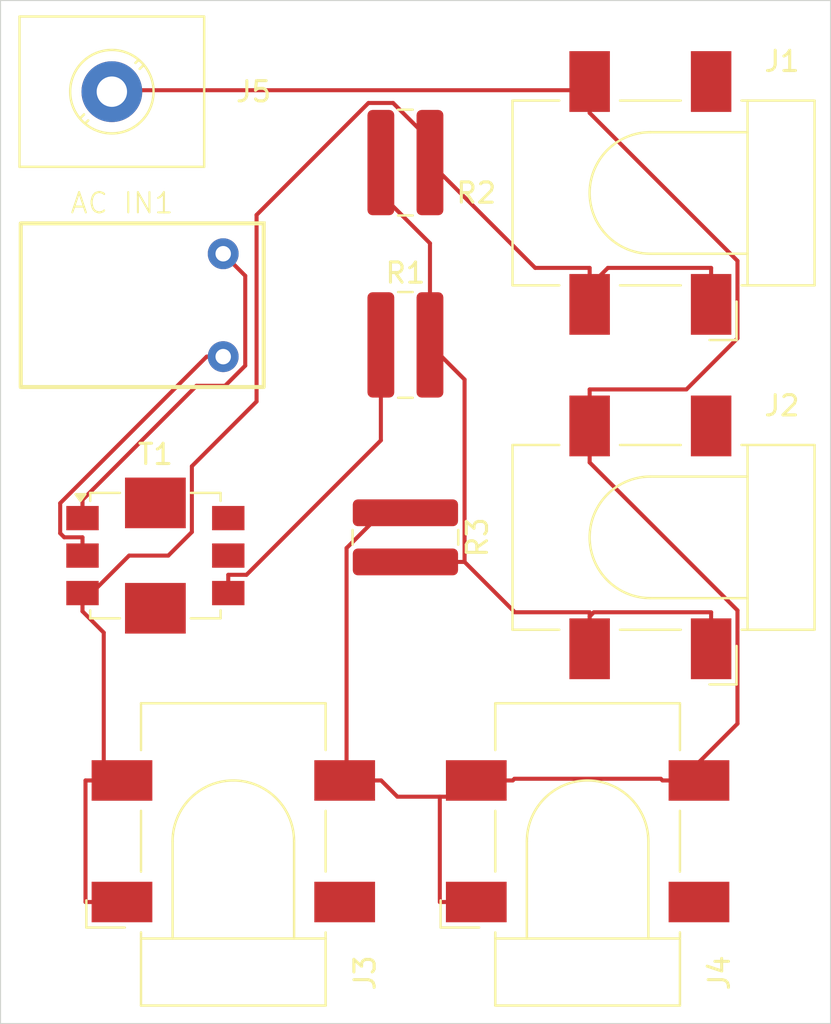
<source format=kicad_pcb>
(kicad_pcb (version 20240108) (generator "pcbnew") (generator_version "8.0")
  (layers (0 "F.Cu" signal) (31 "B.Cu" signal) (34 "B.Paste" user) (35 "F.Paste" user) (36 "B.SilkS" user "B.Silkscreen") (37 "F.SilkS" user "F.Silkscreen") (38 "B.Mask" user) (39 "F.Mask" user) (44 "Edge.Cuts" user))
  (net 0 "")
  (net 1 "Net-(T1-SA)")
  (net 2 "GND")
  (net 3 "Net-(J2-Pad1)")
  (net 4 "Net-(T1-SB)")
  (net 5 "Net-(AC IN1-Mains_N)")
  (net 6 "Net-(AC IN1-Mains_L)")
  (footprint "Resistor_SMD:R_1020_2550Metric_Pad1.33x5.20mm_HandSolder" (layer "F.Cu") (at 111 115 -90)
    (property "Reference" "R3" (at 0 -3.55 90) (layer "F.SilkS"))
    (property "Value" "1000")
    (fp_line (start -0.361252 2.61) (end 0.361252 2.61) (stroke (width 0.12)) (layer "F.SilkS"))
    (fp_line (start -0.361252 -2.61) (end 0.361252 -2.61) (stroke (width 0.12)) (layer "F.SilkS"))
    (pad "1" smd roundrect (at -1.2125 0 270) (size 1.325 5.2) (layers "F.Cu" "F.Paste" "F.Mask") (roundrect_rratio 0.188679) (net 2 "GND"))
    (pad "2" smd roundrect (at 1.2125 0 270) (size 1.325 5.2) (layers "F.Cu" "F.Paste" "F.Mask") (roundrect_rratio 0.188679) (net 3 "Net-(J2-Pad1)"))
  )
  (footprint "Connector_BarrelJack:BarrelJack_CLIFF_FC681465S_SMT_Horizontal" (layer "F.Cu") (at 123.1 98 180)
    (property "Reference" "J1" (at -6.5 6.5 0) (layer "F.SilkS"))
    (property "Value" "Horizontal Output")
    (fp_line (start 6.81 4.56) (end 6.81 -4.56) (stroke (width 0.12)) (layer "F.SilkS"))
    (fp_line (start 4.5 4.56) (end 6.81 4.56) (stroke (width 0.12)) (layer "F.SilkS"))
    (fp_line (start 4.5 -4.56) (end 6.81 -4.56) (stroke (width 0.12)) (layer "F.SilkS"))
    (fp_line (start -1.5 4.56) (end 1.5 4.56) (stroke (width 0.12)) (layer "F.SilkS"))
    (fp_line (start -1.5 -4.56) (end 1.5 -4.56) (stroke (width 0.12)) (layer "F.SilkS"))
    (fp_line (start -2.92 -7.26) (end -4.26 -7.26) (stroke (width 0.12)) (layer "F.SilkS"))
    (fp_line (start -4.26 -7.26) (end -4.26 -5.36) (stroke (width 0.12)) (layer "F.SilkS"))
    (fp_line (start -4.8 4.56) (end -4.8 -4.56) (stroke (width 0.12)) (layer "F.SilkS"))
    (fp_line (start -4.8 3) (end 0 3) (stroke (width 0.12)) (layer "F.SilkS"))
    (fp_line (start -4.8 -3) (end 0 -3) (stroke (width 0.12)) (layer "F.SilkS"))
    (fp_line (start -8.11 4.56) (end -4.5 4.56) (stroke (width 0.12)) (layer "F.SilkS"))
    (fp_line (start -8.11 4.56) (end -8.11 -4.56) (stroke (width 0.12)) (layer "F.SilkS"))
    (fp_line (start -8.11 -4.56) (end -4.5 -4.56) (stroke (width 0.12)) (layer "F.SilkS"))
    (fp_arc (start 0 -3) (mid 3 0) (end 0 3) (stroke (width 0.12)) (layer "F.SilkS"))
    (pad "" np_thru_hole oval (at -2.9 0 270) (size 2 1.5) (drill oval 2 1.5) (layers "*.Cu" "*.Mask"))
    (pad "" np_thru_hole circle (at 1.5 0 270) (size 2 2) (drill 2) (layers "*.Cu" "*.Mask"))
    (pad "1" smd rect (at -3 -5.5 270) (size 3 2) (layers "F.Cu" "F.Paste" "F.Mask") (net 1 "Net-(T1-SA)"))
    (pad "1" smd rect (at 3 -5.5 270) (size 3 2) (layers "F.Cu" "F.Paste" "F.Mask") (net 1 "Net-(T1-SA)"))
    (pad "2" smd rect (at 3 5.5 270) (size 3 2) (layers "F.Cu" "F.Paste" "F.Mask") (net 2 "GND"))
    (pad "3" smd rect (at -3 5.5 270) (size 3 2) (layers "F.Cu" "F.Paste" "F.Mask"))
  )
  (footprint "Transformer_SMD:Transformer_Coilcraft_CST1" (layer "F.Cu") (at 98.65 115.9)
    (property "Reference" "T1" (at 0 -5 0) (layer "F.SilkS"))
    (property "Value" "Transformer_1P_1S")
    (fp_line (start -3.22 -3.095) (end -3.22 -2.7) (stroke (width 0.12)) (layer "F.SilkS"))
    (fp_line (start -3.22 -3.095) (end -1.75 -3.095) (stroke (width 0.12)) (layer "F.SilkS"))
    (fp_line (start -3.22 3.095) (end -3.22 2.7) (stroke (width 0.12)) (layer "F.SilkS"))
    (fp_line (start -3.22 3.095) (end -1.75 3.095) (stroke (width 0.12)) (layer "F.SilkS"))
    (fp_line (start 3.22 -3.095) (end 1.75 -3.095) (stroke (width 0.12)) (layer "F.SilkS"))
    (fp_line (start 3.22 -3.095) (end 3.22 -2.7) (stroke (width 0.12)) (layer "F.SilkS"))
    (fp_line (start 3.22 3.095) (end 1.75 3.095) (stroke (width 0.12)) (layer "F.SilkS"))
    (fp_line (start 3.22 3.095) (end 3.22 2.7) (stroke (width 0.12)) (layer "F.SilkS"))
    (fp_poly (pts (xy -3.7 -2.7) (xy -3.94 -3.03) (xy -3.46 -3.03) (xy -3.7 -2.7)) (stroke (width 0.12)) (fill solid) (layer "F.SilkS"))
    (pad "1" smd rect (at -3.6 -1.85) (size 1.6 1.2) (layers "F.Cu" "F.Paste" "F.Mask") (net 6 "Net-(AC IN1-Mains_L)"))
    (pad "2" smd rect (at -3.6 0) (size 1.6 1.2) (layers "F.Cu" "F.Paste" "F.Mask") (net 5 "Net-(AC IN1-Mains_N)"))
    (pad "3" smd rect (at -3.6 1.85) (size 1.6 1.2) (layers "F.Cu" "F.Paste" "F.Mask") (net 1 "Net-(T1-SA)"))
    (pad "4" smd rect (at 3.6 1.85) (size 1.6 1.2) (layers "F.Cu" "F.Paste" "F.Mask") (net 4 "Net-(T1-SB)"))
    (pad "5" smd rect (at 3.6 0) (size 1.6 1.2) (layers "F.Cu" "F.Paste" "F.Mask"))
    (pad "6" smd rect (at 3.6 -1.85) (size 1.6 1.2) (layers "F.Cu" "F.Paste" "F.Mask"))
    (pad "7" smd rect (at 0 -2.6) (size 3 2.5) (layers "F.Cu" "F.Paste" "F.Mask"))
    (pad "8" smd rect (at 0 2.6) (size 3 2.5) (layers "F.Cu" "F.Paste" "F.Mask"))
  )
  (footprint "TerminalBlock_MetzConnect:TerminalBlock_MetzConnect_360271_1x01_Horizontal_ScrewM3.0_Boxed" (layer "F.Cu") (at 96.5 93)
    (property "Reference" "J5" (at 7 0 0) (layer "F.SilkS"))
    (property "Value" "Screw_Terminal_01x01" (hide yes))
    (fp_line (start -4.56 -3.71) (end -4.56 3.71) (stroke (width 0.12)) (layer "F.SilkS"))
    (fp_line (start -4.56 -3.71) (end 4.56 -3.71) (stroke (width 0.12)) (layer "F.SilkS"))
    (fp_line (start -4.56 3.71) (end 4.56 3.71) (stroke (width 0.12)) (layer "F.SilkS"))
    (fp_line (start -1.376 1.124) (end -1.563 1.311) (stroke (width 0.12)) (layer "F.SilkS"))
    (fp_line (start -1.168 1.419) (end -1.312 1.563) (stroke (width 0.12)) (layer "F.SilkS"))
    (fp_line (start 1.312 -1.563) (end 1.168 -1.419) (stroke (width 0.12)) (layer "F.SilkS"))
    (fp_line (start 1.563 -1.311) (end 1.376 -1.125) (stroke (width 0.12)) (layer "F.SilkS"))
    (fp_line (start 4.56 -3.71) (end 4.56 3.71) (stroke (width 0.12)) (layer "F.SilkS"))
    (fp_circle (center 0 0) (end 2.06 0) (stroke (width 0.12)) (fill none) (layer "F.SilkS"))
    (pad "1" thru_hole circle (at 0 0) (size 3 3) (drill 1.5) (layers "*.Cu" "*.Mask") (net 2 "GND"))
  )
  (footprint "Resistor_SMD:R_1020_2550Metric_Pad1.33x5.20mm_HandSolder" (layer "F.Cu") (at 111 96.5 180)
    (property "Reference" "R2" (at -3.5 -1.5 0) (layer "F.SilkS"))
    (property "Value" "100")
    (fp_line (start -0.361252 2.61) (end 0.361252 2.61) (stroke (width 0.12)) (layer "F.SilkS"))
    (fp_line (start -0.361252 -2.61) (end 0.361252 -2.61) (stroke (width 0.12)) (layer "F.SilkS"))
    (pad "1" smd roundrect (at -1.2125 0 180) (size 1.325 5.2) (layers "F.Cu" "F.Paste" "F.Mask") (roundrect_rratio 0.188679) (net 1 "Net-(T1-SA)"))
    (pad "2" smd roundrect (at 1.2125 0 180) (size 1.325 5.2) (layers "F.Cu" "F.Paste" "F.Mask") (roundrect_rratio 0.188679) (net 3 "Net-(J2-Pad1)"))
  )
  (footprint "Resistor_SMD:R_1020_2550Metric_Pad1.33x5.20mm_HandSolder" (layer "F.Cu") (at 111 105.5)
    (property "Reference" "R1" (at 0 -3.55 0) (layer "F.SilkS"))
    (property "Value" "560")
    (fp_line (start -0.361252 -2.61) (end 0.361252 -2.61) (stroke (width 0.12)) (layer "F.SilkS"))
    (fp_line (start -0.361252 2.61) (end 0.361252 2.61) (stroke (width 0.12)) (layer "F.SilkS"))
    (pad "1" smd roundrect (at -1.2125 0) (size 1.325 5.2) (layers "F.Cu" "F.Paste" "F.Mask") (roundrect_rratio 0.188679) (net 4 "Net-(T1-SB)"))
    (pad "2" smd roundrect (at 1.2125 0) (size 1.325 5.2) (layers "F.Cu" "F.Paste" "F.Mask") (roundrect_rratio 0.188679) (net 3 "Net-(J2-Pad1)"))
  )
  (footprint "Connector_BarrelJack:BarrelJack_CLIFF_FC681465S_SMT_Horizontal" (layer "F.Cu") (at 120 130 90)
    (property "Reference" "J4" (at -6.5 6.5 90) (layer "F.SilkS"))
    (property "Value" "Black Probe")
    (fp_line (start -2.92 -7.26) (end -4.26 -7.26) (stroke (width 0.12)) (layer "F.SilkS"))
    (fp_line (start -4.26 -7.26) (end -4.26 -5.36) (stroke (width 0.12)) (layer "F.SilkS"))
    (fp_line (start 4.5 -4.56) (end 6.81 -4.56) (stroke (width 0.12)) (layer "F.SilkS"))
    (fp_line (start -1.5 -4.56) (end 1.5 -4.56) (stroke (width 0.12)) (layer "F.SilkS"))
    (fp_line (start -8.11 -4.56) (end -4.5 -4.56) (stroke (width 0.12)) (layer "F.SilkS"))
    (fp_line (start -4.8 -3) (end 0 -3) (stroke (width 0.12)) (layer "F.SilkS"))
    (fp_line (start -4.8 3) (end 0 3) (stroke (width 0.12)) (layer "F.SilkS"))
    (fp_line (start 6.81 4.56) (end 6.81 -4.56) (stroke (width 0.12)) (layer "F.SilkS"))
    (fp_line (start 4.5 4.56) (end 6.81 4.56) (stroke (width 0.12)) (layer "F.SilkS"))
    (fp_line (start -1.5 4.56) (end 1.5 4.56) (stroke (width 0.12)) (layer "F.SilkS"))
    (fp_line (start -4.8 4.56) (end -4.8 -4.56) (stroke (width 0.12)) (layer "F.SilkS"))
    (fp_line (start -8.11 4.56) (end -8.11 -4.56) (stroke (width 0.12)) (layer "F.SilkS"))
    (fp_line (start -8.11 4.56) (end -4.5 4.56) (stroke (width 0.12)) (layer "F.SilkS"))
    (fp_arc (start 0 -3) (mid 3 0) (end 0 3) (stroke (width 0.12)) (layer "F.SilkS"))
    (pad "" np_thru_hole oval (at -2.9 0 180) (size 2 1.5) (drill oval 2 1.5) (layers "*.Cu" "*.Mask"))
    (pad "" np_thru_hole circle (at 1.5 0 180) (size 2 2) (drill 2) (layers "*.Cu" "*.Mask"))
    (pad "1" smd rect (at -3 -5.5 180) (size 3 2) (layers "F.Cu" "F.Paste" "F.Mask") (net 2 "GND"))
    (pad "1" smd rect (at 3 -5.5 180) (size 3 2) (layers "F.Cu" "F.Paste" "F.Mask") (net 2 "GND"))
    (pad "2" smd rect (at 3 5.5 180) (size 3 2) (layers "F.Cu" "F.Paste" "F.Mask") (net 2 "GND"))
    (pad "3" smd rect (at -3 5.5 180) (size 3 2) (layers "F.Cu" "F.Paste" "F.Mask"))
  )
  (footprint "Connector_BarrelJack:BarrelJack_CLIFF_FC681465S_SMT_Horizontal" (layer "F.Cu") (at 123.1 115 180)
    (property "Reference" "J2" (at -6.5 6.5 0) (layer "F.SilkS"))
    (property "Value" "Vertical Output")
    (fp_line (start 6.81 4.56) (end 6.81 -4.56) (stroke (width 0.12)) (layer "F.SilkS"))
    (fp_line (start 4.5 4.56) (end 6.81 4.56) (stroke (width 0.12)) (layer "F.SilkS"))
    (fp_line (start 4.5 -4.56) (end 6.81 -4.56) (stroke (width 0.12)) (layer "F.SilkS"))
    (fp_line (start -1.5 4.56) (end 1.5 4.56) (stroke (width 0.12)) (layer "F.SilkS"))
    (fp_line (start -1.5 -4.56) (end 1.5 -4.56) (stroke (width 0.12)) (layer "F.SilkS"))
    (fp_line (start -2.92 -7.26) (end -4.26 -7.26) (stroke (width 0.12)) (layer "F.SilkS"))
    (fp_line (start -4.26 -7.26) (end -4.26 -5.36) (stroke (width 0.12)) (layer "F.SilkS"))
    (fp_line (start -4.8 4.56) (end -4.8 -4.56) (stroke (width 0.12)) (layer "F.SilkS"))
    (fp_line (start -4.8 3) (end 0 3) (stroke (width 0.12)) (layer "F.SilkS"))
    (fp_line (start -4.8 -3) (end 0 -3) (stroke (width 0.12)) (layer "F.SilkS"))
    (fp_line (start -8.11 4.56) (end -4.5 4.56) (stroke (width 0.12)) (layer "F.SilkS"))
    (fp_line (start -8.11 4.56) (end -8.11 -4.56) (stroke (width 0.12)) (layer "F.SilkS"))
    (fp_line (start -8.11 -4.56) (end -4.5 -4.56) (stroke (width 0.12)) (layer "F.SilkS"))
    (fp_arc (start 0 -3) (mid 3 0) (end 0 3) (stroke (width 0.12)) (layer "F.SilkS"))
    (pad "" np_thru_hole oval (at -2.9 0 270) (size 2 1.5) (drill oval 2 1.5) (layers "*.Cu" "*.Mask"))
    (pad "" np_thru_hole circle (at 1.5 0 270) (size 2 2) (drill 2) (layers "F&B.Cu" "*.Mask"))
    (pad "1" smd rect (at -3 -5.5 270) (size 3 2) (layers "F.Cu" "F.Paste" "F.Mask") (net 3 "Net-(J2-Pad1)"))
    (pad "1" smd rect (at 3 -5.5 270) (size 3 2) (layers "F.Cu" "F.Paste" "F.Mask") (net 3 "Net-(J2-Pad1)"))
    (pad "2" smd rect (at 3 5.5 270) (size 3 2) (layers "F.Cu" "F.Paste" "F.Mask") (net 2 "GND"))
    (pad "3" smd rect (at -3 5.5 270) (size 3 2) (layers "F.Cu" "F.Paste" "F.Mask"))
  )
  (footprint "octotool:XY2500R Receptacle" (layer "F.Cu") (at 92 99.5 -90)
    (property "Reference" "AC IN1" (at -1 -5 0) (layer "F.SilkS") (effects (font (thickness 0.1))))
    (property "Value" "300V 20A")
    (fp_rect (start 0 -12) (end 8.08 0) (stroke (width 0.2)) (fill none) (layer "F.SilkS"))
    (pad "1" thru_hole circle (at 1.5 -10 270) (size 1.524 1.524) (drill 0.762) (layers "*.Cu" "*.Mask") (net 6 "Net-(AC IN1-Mains_L)"))
    (pad "2" thru_hole circle (at 6.58 -10 270) (size 1.524 1.524) (drill 0.762) (layers "*.Cu" "*.Mask") (net 5 "Net-(AC IN1-Mains_N)"))
  )
  (footprint "Connector_BarrelJack:BarrelJack_CLIFF_FC681465S_SMT_Horizontal" (layer "F.Cu") (at 102.5 130 90)
    (property "Reference" "J3" (at -6.5 6.5 90) (layer "F.SilkS"))
    (property "Value" "Red Probe")
    (fp_line (start -2.92 -7.26) (end -4.26 -7.26) (stroke (width 0.12)) (layer "F.SilkS"))
    (fp_line (start -4.26 -7.26) (end -4.26 -5.36) (stroke (width 0.12)) (layer "F.SilkS"))
    (fp_line (start 4.5 -4.56) (end 6.81 -4.56) (stroke (width 0.12)) (layer "F.SilkS"))
    (fp_line (start -1.5 -4.56) (end 1.5 -4.56) (stroke (width 0.12)) (layer "F.SilkS"))
    (fp_line (start -8.11 -4.56) (end -4.5 -4.56) (stroke (width 0.12)) (layer "F.SilkS"))
    (fp_line (start -4.8 -3) (end 0 -3) (stroke (width 0.12)) (layer "F.SilkS"))
    (fp_line (start -4.8 3) (end 0 3) (stroke (width 0.12)) (layer "F.SilkS"))
    (fp_line (start 6.81 4.56) (end 6.81 -4.56) (stroke (width 0.12)) (layer "F.SilkS"))
    (fp_line (start 4.5 4.56) (end 6.81 4.56) (stroke (width 0.12)) (layer "F.SilkS"))
    (fp_line (start -1.5 4.56) (end 1.5 4.56) (stroke (width 0.12)) (layer "F.SilkS"))
    (fp_line (start -4.8 4.56) (end -4.8 -4.56) (stroke (width 0.12)) (layer "F.SilkS"))
    (fp_line (start -8.11 4.56) (end -8.11 -4.56) (stroke (width 0.12)) (layer "F.SilkS"))
    (fp_line (start -8.11 4.56) (end -4.5 4.56) (stroke (width 0.12)) (layer "F.SilkS"))
    (fp_arc (start 0 -3) (mid 3 0) (end 0 3) (stroke (width 0.12)) (layer "F.SilkS"))
    (pad "" np_thru_hole oval (at -2.9 0 180) (size 2 1.5) (drill oval 2 1.5) (layers "*.Cu" "*.Mask"))
    (pad "" np_thru_hole circle (at 1.5 0 180) (size 2 2) (drill 2) (layers "*.Cu" "*.Mask"))
    (pad "1" smd rect (at -3 -5.5 180) (size 3 2) (layers "F.Cu" "F.Paste" "F.Mask") (net 1 "Net-(T1-SA)"))
    (pad "1" smd rect (at 3 -5.5 180) (size 3 2) (layers "F.Cu" "F.Paste" "F.Mask") (net 1 "Net-(T1-SA)"))
    (pad "2" smd rect (at 3 5.5 180) (size 3 2) (layers "F.Cu" "F.Paste" "F.Mask") (net 2 "GND"))
    (pad "3" smd rect (at -3 5.5 180) (size 3 2) (layers "F.Cu" "F.Paste" "F.Mask"))
  )
  (gr_rect (start 91 88.5) (end 132 139) (stroke (width 0.05)) (fill none) (layer "Edge.Cuts"))
  (segment (start 121.0008 101.6983) (end 126.1 101.6983) (width 0.2) (layer "F.Cu") (net 1))
  (segment (start 109.1745 93.5583) (end 110.3899 93.5583) (width 0.2) (layer "F.Cu") (net 1))
  (segment (start 100.4517 111.491) (end 103.6479 108.2948) (width 0.2) (layer "F.Cu") (net 1))
  (segment (start 100.4517 114.7362) (end 100.4517 111.491) (width 0.2) (layer "F.Cu") (net 1))
  (segment (start 95.1983 127) (end 95.1983 133) (width 0.2) (layer "F.Cu") (net 1))
  (segment (start 95.05 117.75) (end 95.05 118.2008) (width 0.2) (layer "F.Cu") (net 1))
  (segment (start 97 127) (end 96.0992 127) (width 0.2) (layer "F.Cu") (net 1))
  (segment (start 120.1 103.5) (end 120.1 102.5991) (width 0.2) (layer "F.Cu") (net 1))
  (segment (start 97.3508 115.9) (end 99.2879 115.9) (width 0.2) (layer "F.Cu") (net 1))
  (segment (start 112.2125 96.5) (end 117.4108 101.6983) (width 0.2) (layer "F.Cu") (net 1))
  (segment (start 103.6479 108.2948) (end 103.6479 99.0849) (width 0.2) (layer "F.Cu") (net 1))
  (segment (start 117.4108 101.6983) (end 120.1 101.6983) (width 0.2) (layer "F.Cu") (net 1))
  (segment (start 95.05 118.2008) (end 97.3508 115.9) (width 0.2) (layer "F.Cu") (net 1))
  (segment (start 112.2125 95.3809) (end 112.2125 96.5) (width 0.2) (layer "F.Cu") (net 1))
  (segment (start 120.1 102.5991) (end 121.0008 101.6983) (width 0.2) (layer "F.Cu") (net 1))
  (segment (start 103.6479 99.0849) (end 109.1745 93.5583) (width 0.2) (layer "F.Cu") (net 1))
  (segment (start 95.05 118.2008) (end 95.05 118.6517) (width 0.2) (layer "F.Cu") (net 1))
  (segment (start 97 133) (end 95.1983 133) (width 0.2) (layer "F.Cu") (net 1))
  (segment (start 110.3899 93.5583) (end 112.2125 95.3809) (width 0.2) (layer "F.Cu") (net 1))
  (segment (start 126.1 103.5) (end 126.1 101.6983) (width 0.2) (layer "F.Cu") (net 1))
  (segment (start 96.0992 127) (end 95.1983 127) (width 0.2) (layer "F.Cu") (net 1))
  (segment (start 95.05 118.6517) (end 96.0992 119.7009) (width 0.2) (layer "F.Cu") (net 1))
  (segment (start 120.1 102.5991) (end 120.1 101.6983) (width 0.2) (layer "F.Cu") (net 1))
  (segment (start 99.2879 115.9) (end 100.4517 114.7362) (width 0.2) (layer "F.Cu") (net 1))
  (segment (start 96.0992 119.7009) (end 96.0992 127) (width 0.2) (layer "F.Cu") (net 1))
  (segment (start 114.5 133) (end 112.6983 133) (width 0.2) (layer "F.Cu") (net 2))
  (segment (start 127.4017 105.175) (end 127.4017 101.3517) (width 0.2) (layer "F.Cu") (net 2))
  (segment (start 96.5709 92.9291) (end 96.5 93) (width 0.2) (layer "F.Cu") (net 2))
  (segment (start 120.1 109.5) (end 120.1 111.3017) (width 0.2) (layer "F.Cu") (net 2))
  (segment (start 109.8343 113.7875) (end 111 113.7875) (width 0.2) (layer "F.Cu") (net 2))
  (segment (start 108.0931 126.1922) (end 108.0931 115.5287) (width 0.2) (layer "F.Cu") (net 2))
  (segment (start 123.6983 127) (end 123.6125 126.9142) (width 0.2) (layer "F.Cu") (net 2))
  (segment (start 112.6983 127.801) (end 110.6027 127.801) (width 0.2) (layer "F.Cu") (net 2))
  (segment (start 124.5992 127) (end 123.6983 127) (width 0.2) (layer "F.Cu") (net 2))
  (segment (start 110.6027 127.801) (end 109.8017 127) (width 0.2) (layer "F.Cu") (net 2))
  (segment (start 108.0931 115.5287) (end 109.8343 113.7875) (width 0.2) (layer "F.Cu") (net 2))
  (segment (start 120.1 107.6983) (end 124.8784 107.6983) (width 0.2) (layer "F.Cu") (net 2))
  (segment (start 127.4017 101.3517) (end 120.1 94.05) (width 0.2) (layer "F.Cu") (net 2))
  (segment (start 116.3875 126.9142) (end 116.3017 127) (width 0.2) (layer "F.Cu") (net 2))
  (segment (start 124.8784 107.6983) (end 127.4017 105.175) (width 0.2) (layer "F.Cu") (net 2))
  (segment (start 113.4993 127.801) (end 112.6983 127.801) (width 0.2) (layer "F.Cu") (net 2))
  (segment (start 114.5 127) (end 116.3017 127) (width 0.2) (layer "F.Cu") (net 2))
  (segment (start 124.5992 127) (end 127.4017 124.1975) (width 0.2) (layer "F.Cu") (net 2))
  (segment (start 108.9009 127) (end 109.8017 127) (width 0.2) (layer "F.Cu") (net 2))
  (segment (start 127.4017 118.6034) (end 120.1 111.3017) (width 0.2) (layer "F.Cu") (net 2))
  (segment (start 108 127) (end 108.9009 127) (width 0.2) (layer "F.Cu") (net 2))
  (segment (start 114.5 127) (end 114.3003 127) (width 0.2) (layer "F.Cu") (net 2))
  (segment (start 112.6983 127.801) (end 112.6983 133) (width 0.2) (layer "F.Cu") (net 2))
  (segment (start 120.1 92.9291) (end 96.5709 92.9291) (width 0.2) (layer "F.Cu") (net 2))
  (segment (start 120.1 94.05) (end 120.1 92.9291) (width 0.2) (layer "F.Cu") (net 2))
  (segment (start 108.9009 127) (end 108.0931 126.1922) (width 0.2) (layer "F.Cu") (net 2))
  (segment (start 127.4017 124.1975) (end 127.4017 118.6034) (width 0.2) (layer "F.Cu") (net 2))
  (segment (start 125.5 127) (end 124.5992 127) (width 0.2) (layer "F.Cu") (net 2))
  (segment (start 123.6125 126.9142) (end 116.3875 126.9142) (width 0.2) (layer "F.Cu") (net 2))
  (segment (start 120.1 109.5) (end 120.1 107.6983) (width 0.2) (layer "F.Cu") (net 2))
  (segment (start 120.1 92.5) (end 120.1 92.9291) (width 0.2) (layer "F.Cu") (net 2))
  (segment (start 114.3003 127) (end 113.4993 127.801) (width 0.2) (layer "F.Cu") (net 2))
  (segment (start 126.1 118.6983) (end 120.306 118.6983) (width 0.2) (layer "F.Cu") (net 3))
  (segment (start 120.1 118.6983) (end 116.4071 118.6983) (width 0.2) (layer "F.Cu") (net 3))
  (segment (start 112.2125 105.5) (end 112.2125 100.4841) (width 0.2) (layer "F.Cu") (net 3))
  (segment (start 112.2125 100.4841) (end 109.7875 98.0591) (width 0.2) (layer "F.Cu") (net 3))
  (segment (start 113.9213 116.2125) (end 111 116.2125) (width 0.2) (layer "F.Cu") (net 3))
  (segment (start 116.4071 118.6983) (end 113.9213 116.2125) (width 0.2) (layer "F.Cu") (net 3))
  (segment (start 109.7875 98.0591) (end 109.7875 96.5) (width 0.2) (layer "F.Cu") (net 3))
  (segment (start 120.1 118.9043) (end 120.1 118.6983) (width 0.2) (layer "F.Cu") (net 3))
  (segment (start 113.9213 107.2088) (end 112.2125 105.5) (width 0.2) (layer "F.Cu") (net 3))
  (segment (start 120.306 118.6983) (end 120.1 118.9043) (width 0.2) (layer "F.Cu") (net 3))
  (segment (start 120.1 120.5) (end 120.1 118.9043) (width 0.2) (layer "F.Cu") (net 3))
  (segment (start 113.9213 116.2125) (end 113.9213 107.2088) (width 0.2) (layer "F.Cu") (net 3))
  (segment (start 126.1 120.5) (end 126.1 118.6983) (width 0.2) (layer "F.Cu") (net 3))
  (segment (start 102.25 116.8483) (end 103.1517 116.8483) (width 0.2) (layer "F.Cu") (net 4))
  (segment (start 102.25 117.75) (end 102.25 116.8483) (width 0.2) (layer "F.Cu") (net 4))
  (segment (start 103.1517 116.8483) (end 109.7875 110.2125) (width 0.2) (layer "F.Cu") (net 4))
  (segment (start 109.7875 110.2125) (end 109.7875 105.5) (width 0.2) (layer "F.Cu") (net 4))
  (segment (start 95.05 115.9) (end 95.05 114.9983) (width 0.2) (layer "F.Cu") (net 5))
  (segment (start 101.1812 106.08) (end 102 106.08) (width 0.2) (layer "F.Cu") (net 5))
  (segment (start 93.9483 113.3129) (end 101.1812 106.08) (width 0.2) (layer "F.Cu") (net 5))
  (segment (start 93.9483 114.7983) (end 93.9483 113.3129) (width 0.2) (layer "F.Cu") (net 5))
  (segment (start 95.05 114.9983) (end 94.1483 114.9983) (width 0.2) (layer "F.Cu") (net 5))
  (segment (start 94.1483 114.9983) (end 93.9483 114.7983) (width 0.2) (layer "F.Cu") (net 5))
  (segment (start 103.0886 102.0886) (end 102 101) (width 0.2) (layer "F.Cu") (net 6))
  (segment (start 102.0926 107.5189) (end 103.0886 106.5229) (width 0.2) (layer "F.Cu") (net 6))
  (segment (start 95.05 113.1483) (end 100.6794 107.5189) (width 0.2) (layer "F.Cu") (net 6))
  (segment (start 95.05 114.05) (end 95.05 113.1483) (width 0.2) (layer "F.Cu") (net 6))
  (segment (start 103.0886 106.5229) (end 103.0886 102.0886) (width 0.2) (layer "F.Cu") (net 6))
  (segment (start 100.6794 107.5189) (end 102.0926 107.5189) (width 0.2) (layer "F.Cu") (net 6))
)
</source>
